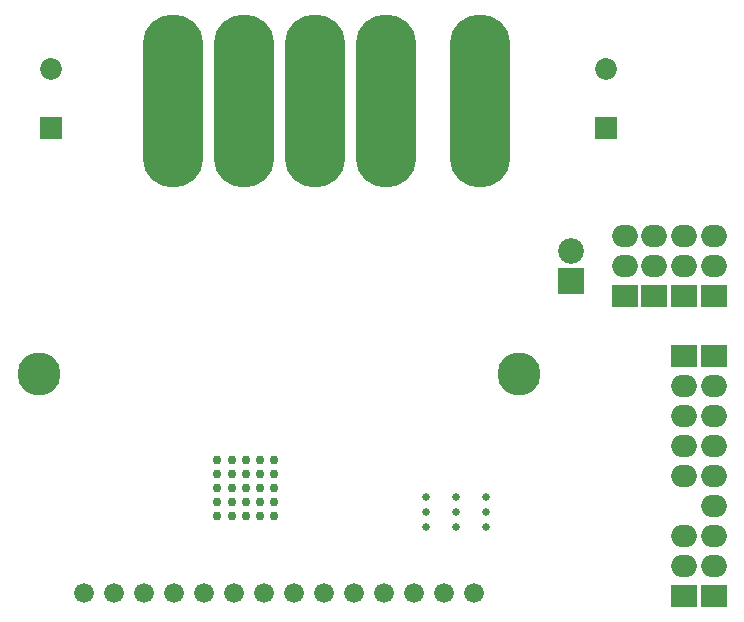
<source format=gbr>
G04 #@! TF.FileFunction,Soldermask,Bot*
%FSLAX46Y46*%
G04 Gerber Fmt 4.6, Leading zero omitted, Abs format (unit mm)*
G04 Created by KiCad (PCBNEW 4.0.1-2.fc23-product) date Fri 08 Jan 2016 07:43:49 PM MST*
%MOMM*%
G01*
G04 APERTURE LIST*
%ADD10C,0.100000*%
%ADD11C,1.674000*%
%ADD12O,5.150000X14.650000*%
%ADD13C,3.650000*%
%ADD14R,2.182000X1.877200*%
%ADD15O,2.182000X1.877200*%
%ADD16C,0.750000*%
%ADD17R,2.182000X2.182000*%
%ADD18O,2.182000X2.182000*%
%ADD19C,1.850000*%
%ADD20R,1.850000X1.850000*%
%ADD21C,0.650000*%
G04 APERTURE END LIST*
D10*
D11*
X123490000Y-115600000D03*
X126030000Y-115600000D03*
X128570000Y-115600000D03*
X131110000Y-115600000D03*
X133650000Y-115600000D03*
X136190000Y-115600000D03*
X138730000Y-115600000D03*
X141270000Y-115600000D03*
X143810000Y-115600000D03*
X146350000Y-115600000D03*
X148890000Y-115600000D03*
X151430000Y-115600000D03*
X153970000Y-115600000D03*
X156510000Y-115600000D03*
D12*
X137000000Y-73900000D03*
X143000000Y-73900000D03*
X149000000Y-73900000D03*
X131000000Y-73900000D03*
X157000000Y-73900000D03*
D13*
X119680000Y-97000000D03*
X160320000Y-97000000D03*
D14*
X174240000Y-90420000D03*
D15*
X174240000Y-87880000D03*
X174240000Y-85340000D03*
D14*
X171700000Y-90420000D03*
D15*
X171700000Y-87880000D03*
X171700000Y-85340000D03*
D14*
X176780000Y-115820000D03*
D15*
X176780000Y-113280000D03*
X176780000Y-110740000D03*
X176780000Y-108200000D03*
D14*
X176780000Y-90420000D03*
D15*
X176780000Y-87880000D03*
X176780000Y-85340000D03*
D14*
X174240000Y-95500000D03*
D15*
X174240000Y-98040000D03*
X174240000Y-100580000D03*
X174240000Y-103120000D03*
X174240000Y-105660000D03*
D16*
X139560000Y-104280000D03*
X138360000Y-104280000D03*
X137160000Y-104280000D03*
X135960000Y-104280000D03*
X134760000Y-104280000D03*
X139560000Y-105480000D03*
X138360000Y-105480000D03*
X137160000Y-105480000D03*
X135960000Y-105480000D03*
X134760000Y-105480000D03*
X139560000Y-106680000D03*
X138360000Y-106680000D03*
X137160000Y-106680000D03*
X135960000Y-106680000D03*
X134760000Y-106680000D03*
X139560000Y-107880000D03*
X138360000Y-107880000D03*
X137160000Y-107880000D03*
X135960000Y-107880000D03*
X134760000Y-107880000D03*
X139560000Y-109080000D03*
X138360000Y-109080000D03*
X137160000Y-109080000D03*
X135960000Y-109080000D03*
X134760000Y-109080000D03*
D17*
X164715000Y-89150000D03*
D18*
X164715000Y-86610000D03*
D19*
X120650000Y-71200000D03*
D20*
X120650000Y-76200000D03*
D19*
X167640000Y-71200000D03*
D20*
X167640000Y-76200000D03*
D14*
X174240000Y-115820000D03*
D15*
X174240000Y-113280000D03*
X174240000Y-110740000D03*
D14*
X169291000Y-90424000D03*
D15*
X169291000Y-87884000D03*
X169291000Y-85344000D03*
D14*
X176784000Y-95504000D03*
D15*
X176784000Y-98044000D03*
X176784000Y-100584000D03*
X176784000Y-103124000D03*
X176784000Y-105664000D03*
D21*
X152396000Y-109978000D03*
X152396000Y-108708000D03*
X152396000Y-107438000D03*
X154936000Y-109978000D03*
X154936000Y-108708000D03*
X154936000Y-107438000D03*
X157476000Y-109978000D03*
X157476000Y-108708000D03*
X157476000Y-107438000D03*
M02*

</source>
